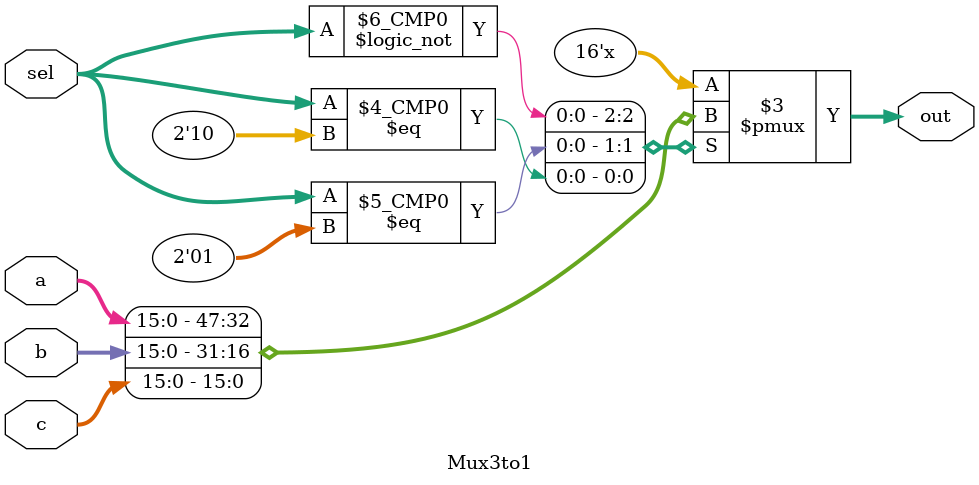
<source format=v>
module Mux3to1 (
    input [15:0] a, b, c,
    input [1:0] sel,
    output reg [15:0] out
);
    always @(*) begin
        case (sel)
            2'b00: out = a;
            2'b01: out = b;
            2'b10: out = c;
        endcase
    end        
endmodule
</source>
